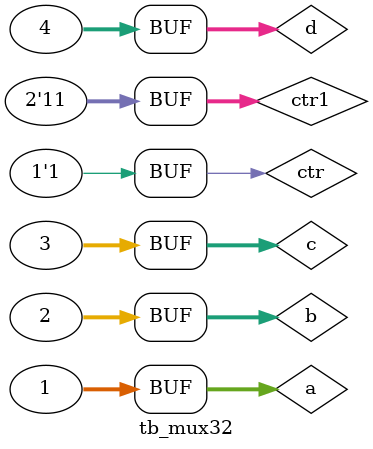
<source format=v>
`timescale 1ns / 1ps


module tb_mux32();
reg  [31:0] a;
reg  [31:0] b;
reg  [31:0] c;
reg  [31:0] d;
reg  ctr;
reg  [1:0] ctr1;
wire   [31:0] out;
wire   [31:0] out1;

mux2_32 MUXTEST2
                  (
                   .a(a),
                   .b(b),
                   .mux2_ctr(ctr),
                   .out(out)
                  );

mux4_32 MUXTEST4
                  (
                   .a(a),
                   .b(b),
                   .c(c),
                   .d(d),
                   .mux4_ctr(ctr1),
                   .out(out1)
                  );
initial
begin
   a = 32'd0;
   b = 32'd0;
   c = 32'd0;
   d = 32'd0;
   ctr = 1'd0;
   ctr1 = 2'd0;
end

initial 
begin
   #5 a = 32'd1;
   #5 b = 32'd2;
   #5 c = 32'd3;
   #5 d = 32'd4;
   #5 ctr1 = 2'd1;
   #5 ctr1 = 2'd2;
   #5 ctr1 = 2'd3;
end

initial 
begin
   #5 a = 32'd1;
   #5 b = 32'd2;
   #5 ctr = 1'd1;
end
endmodule

</source>
